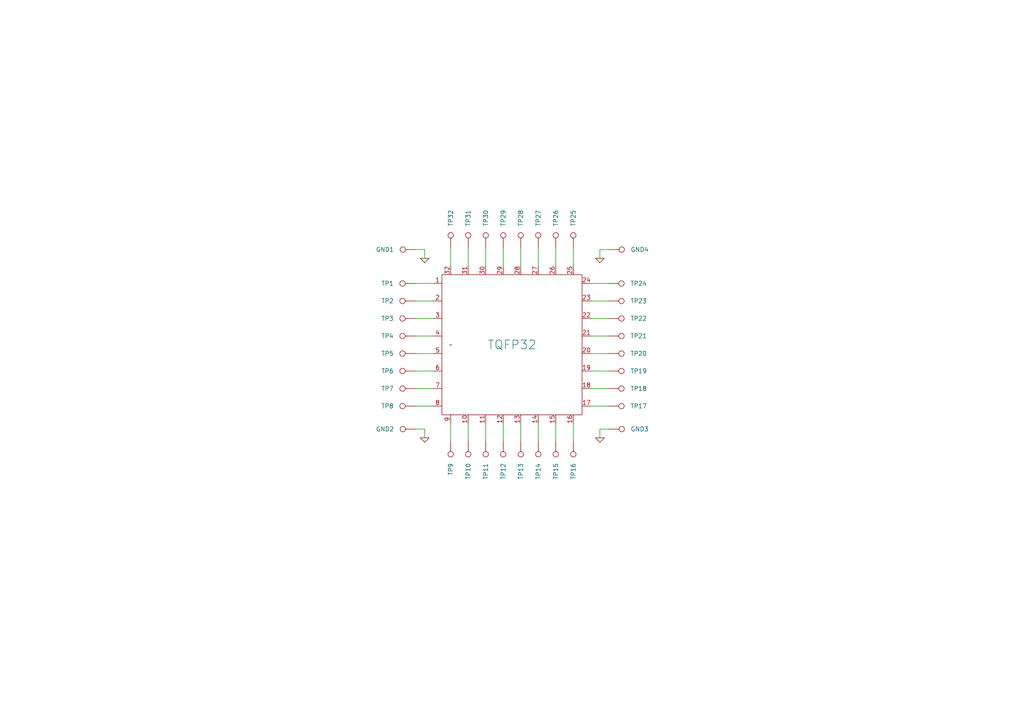
<source format=kicad_sch>
(kicad_sch (version 20230121) (generator eeschema)
  (paper "A4")
  (title_block (title "SMD adapter for TQFP32") (date "2024-10-05") (rev "1") (company "Agilack") (comment 1 "License: CERN-OHL-S v 2"))
  (lib_symbols
    (symbol "smd-adapter-tqfp32:CONN_1" (pin_numbers hide) (pin_names (offset 0.762) hide)
      (property "Reference" "P" (at 2.032 0 0))
      (symbol "CONN_1_0_1"
        (polyline (pts (xy -0.762 0) (xy -1.27 0)))
        (circle (center 0 0) (radius 0.7874))
      )
      (symbol "CONN_1_1_1"
        (pin passive line (at -3.81 0 0) (length 2.54) (name "1") (number "1"))
      )
    )
    (symbol "smd-adapter-tqfp32:GND" (power) (pin_names (offset 0))
      (symbol "GND_0_1"
        (polyline (pts (xy -1.27 0) (xy 0 -1.27) (xy 1.27 0) (xy -1.27 0)))
      )
      (symbol "GND_1_1"
        (pin power_in line (at 0 0 90) (length 0) hide (name "GND") (number "1"))
      )
    )
    (symbol "smd-adapter-tqfp32:TQFP32"
      (property "Reference" "U" (at 0 0 0))
      (symbol "TQFP32_0_1"
        (rectangle (start -20.32 20.32) (end 20.32 -20.32))
      )
      (symbol "TQFP32_1_1"
        (pin passive line (at -22.86 17.78 0) (length 2.54) (name "~") (number "1"))
        (pin passive line (at -12.7 -22.86 90) (length 2.54) (name "~") (number "10"))
        (pin passive line (at -7.62 -22.86 90) (length 2.54) (name "~") (number "11"))
        (pin passive line (at -2.54 -22.86 90) (length 2.54) (name "~") (number "12"))
        (pin passive line (at 2.54 -22.86 90) (length 2.54) (name "~") (number "13"))
        (pin passive line (at 7.62 -22.86 90) (length 2.54) (name "~") (number "14"))
        (pin passive line (at 12.7 -22.86 90) (length 2.54) (name "~") (number "15"))
        (pin passive line (at 17.78 -22.86 90) (length 2.54) (name "~") (number "16"))
        (pin passive line (at 22.86 -17.78 180) (length 2.54) (name "~") (number "17"))
        (pin passive line (at 22.86 -12.7 180) (length 2.54) (name "~") (number "18"))
        (pin passive line (at 22.86 -7.62 180) (length 2.54) (name "~") (number "19"))
        (pin passive line (at -22.86 12.7 0) (length 2.54) (name "~") (number "2"))
        (pin passive line (at 22.86 -2.54 180) (length 2.54) (name "~") (number "20"))
        (pin passive line (at 22.86 2.54 180) (length 2.54) (name "~") (number "21"))
        (pin passive line (at 22.86 7.62 180) (length 2.54) (name "~") (number "22"))
        (pin passive line (at 22.86 12.7 180) (length 2.54) (name "~") (number "23"))
        (pin passive line (at 22.86 17.78 180) (length 2.54) (name "~") (number "24"))
        (pin passive line (at 17.78 22.86 270) (length 2.54) (name "~") (number "25"))
        (pin passive line (at 12.7 22.86 270) (length 2.54) (name "~") (number "26"))
        (pin passive line (at 7.62 22.86 270) (length 2.54) (name "~") (number "27"))
        (pin passive line (at 2.54 22.86 270) (length 2.54) (name "~") (number "28"))
        (pin passive line (at -2.54 22.86 270) (length 2.54) (name "~") (number "29"))
        (pin passive line (at -22.86 7.62 0) (length 2.54) (name "~") (number "3"))
        (pin passive line (at -7.62 22.86 270) (length 2.54) (name "~") (number "30"))
        (pin passive line (at -12.7 22.86 270) (length 2.54) (name "~") (number "31"))
        (pin passive line (at -17.78 22.86 270) (length 2.54) (name "~") (number "32"))
        (pin passive line (at -22.86 2.54 0) (length 2.54) (name "~") (number "4"))
        (pin passive line (at -22.86 -2.54 0) (length 2.54) (name "~") (number "5"))
        (pin passive line (at -22.86 -7.62 0) (length 2.54) (name "~") (number "6"))
        (pin passive line (at -22.86 -12.7 0) (length 2.54) (name "~") (number "7"))
        (pin passive line (at -22.86 -17.78 0) (length 2.54) (name "~") (number "8"))
        (pin passive line (at -17.78 -22.86 90) (length 2.54) (name "~") (number "9"))
      )
    )
  )
  (wire (pts (xy 173.99 72.39) (xy 173.99 74.93)))
  (wire (pts (xy 145.96 72.06) (xy 145.96 77.14)))
  (wire (pts (xy 120.65 124.46) (xy 123.19 124.46)))
  (wire (pts (xy 140.88 127.94) (xy 140.88 122.86)))
  (wire (pts (xy 120.56 82.22) (xy 125.64 82.22)))
  (wire (pts (xy 176.44 112.7) (xy 171.36 112.7)))
  (wire (pts (xy 123.19 72.39) (xy 123.19 74.93)))
  (wire (pts (xy 120.56 117.78) (xy 125.64 117.78)))
  (wire (pts (xy 123.19 124.46) (xy 123.19 127)))
  (wire (pts (xy 176.53 72.39) (xy 173.99 72.39)))
  (wire (pts (xy 120.56 92.38) (xy 125.64 92.38)))
  (wire (pts (xy 120.56 87.3) (xy 125.64 87.3)))
  (wire (pts (xy 176.44 102.54) (xy 171.36 102.54)))
  (wire (pts (xy 151.04 127.94) (xy 151.04 122.86)))
  (wire (pts (xy 161.2 127.94) (xy 161.2 122.86)))
  (wire (pts (xy 156.12 127.94) (xy 156.12 122.86)))
  (wire (pts (xy 176.44 92.38) (xy 171.36 92.38)))
  (wire (pts (xy 156.12 72.06) (xy 156.12 77.14)))
  (wire (pts (xy 176.44 107.62) (xy 171.36 107.62)))
  (wire (pts (xy 120.56 102.54) (xy 125.64 102.54)))
  (wire (pts (xy 120.56 97.46) (xy 125.64 97.46)))
  (wire (pts (xy 166.28 72.06) (xy 166.28 77.14)))
  (wire (pts (xy 145.96 127.94) (xy 145.96 122.86)))
  (wire (pts (xy 173.99 124.46) (xy 173.99 127)))
  (wire (pts (xy 166.28 127.94) (xy 166.28 122.86)))
  (wire (pts (xy 120.56 107.62) (xy 125.64 107.62)))
  (wire (pts (xy 140.88 72.06) (xy 140.88 77.14)))
  (wire (pts (xy 120.65 72.39) (xy 123.19 72.39)))
  (wire (pts (xy 130.72 72.06) (xy 130.72 77.14)))
  (wire (pts (xy 176.44 82.22) (xy 171.36 82.22)))
  (wire (pts (xy 151.04 72.06) (xy 151.04 77.14)))
  (wire (pts (xy 176.44 117.78) (xy 171.36 117.78)))
  (wire (pts (xy 135.8 72.06) (xy 135.8 77.14)))
  (wire (pts (xy 176.53 124.46) (xy 173.99 124.46)))
  (wire (pts (xy 135.8 127.94) (xy 135.8 122.86)))
  (wire (pts (xy 130.72 127.94) (xy 130.72 122.86)))
  (wire (pts (xy 176.44 97.46) (xy 171.36 97.46)))
  (wire (pts (xy 161.2 72.06) (xy 161.2 77.14)))
  (wire (pts (xy 120.56 112.7) (xy 125.64 112.7)))
  (wire (pts (xy 176.44 87.3) (xy 171.36 87.3)))
  (symbol (lib_id "smd-adapter-tqfp32:CONN_1") (at 180.25 102.54 0) (unit 1)
    (property "Reference" "TP20" (at 182.79 102.54 0) (effects (justify left)))
    (property "Value" "CONN_1" (effects hide))
    (property "Footprint" "smd-adapter-tqfp32:TP" (effects hide))
  )
  (symbol (lib_id "smd-adapter-tqfp32:GND") (at 173.99 74.93 0) (mirror y) (unit 1)
    (property "Reference" "#PWR04" (effects hide))
    (property "Value" "GND" (effects hide))
  )
  (symbol (lib_id "smd-adapter-tqfp32:CONN_1") (at 116.75 82.22 180) (unit 1)
    (property "Reference" "TP1" (at 114.21 82.22 0) (effects (justify left)))
    (property "Value" "CONN_1" (effects hide))
    (property "Footprint" "smd-adapter-tqfp32:TP" (effects hide))
  )
  (symbol (lib_id "smd-adapter-tqfp32:CONN_1") (at 161.2 131.75 270) (unit 1)
    (property "Reference" "TP15" (at 161.2 134.29 0) (effects (justify left)))
    (property "Value" "CONN_1" (effects hide))
    (property "Footprint" "smd-adapter-tqfp32:TP" (effects hide))
  )
  (symbol (lib_id "smd-adapter-tqfp32:CONN_1") (at 180.25 117.78 0) (unit 1)
    (property "Reference" "TP17" (at 182.79 117.78 0) (effects (justify left)))
    (property "Value" "CONN_1" (effects hide))
    (property "Footprint" "smd-adapter-tqfp32:TP" (effects hide))
  )
  (symbol (lib_id "smd-adapter-tqfp32:CONN_1") (at 116.75 117.78 180) (unit 1)
    (property "Reference" "TP8" (at 114.21 117.78 0) (effects (justify left)))
    (property "Value" "CONN_1" (effects hide))
    (property "Footprint" "smd-adapter-tqfp32:TP" (effects hide))
  )
  (symbol (lib_id "smd-adapter-tqfp32:CONN_1") (at 180.25 112.7 0) (unit 1)
    (property "Reference" "TP18" (at 182.79 112.7 0) (effects (justify left)))
    (property "Value" "CONN_1" (effects hide))
    (property "Footprint" "smd-adapter-tqfp32:TP" (effects hide))
  )
  (symbol (lib_id "smd-adapter-tqfp32:CONN_1") (at 151.04 68.25 90) (unit 1)
    (property "Reference" "TP28" (at 151.04 65.71 0) (effects (justify left)))
    (property "Value" "CONN_1" (effects hide))
    (property "Footprint" "smd-adapter-tqfp32:TP" (effects hide))
  )
  (symbol (lib_id "smd-adapter-tqfp32:CONN_1") (at 116.75 92.38 180) (unit 1)
    (property "Reference" "TP3" (at 114.21 92.38 0) (effects (justify left)))
    (property "Value" "CONN_1" (effects hide))
    (property "Footprint" "smd-adapter-tqfp32:TP" (effects hide))
  )
  (symbol (lib_id "smd-adapter-tqfp32:CONN_1") (at 180.25 92.38 0) (unit 1)
    (property "Reference" "TP22" (at 182.79 92.38 0) (effects (justify left)))
    (property "Value" "CONN_1" (effects hide))
    (property "Footprint" "smd-adapter-tqfp32:TP" (effects hide))
  )
  (symbol (lib_id "smd-adapter-tqfp32:CONN_1") (at 166.28 68.25 90) (unit 1)
    (property "Reference" "TP25" (at 166.28 65.71 0) (effects (justify left)))
    (property "Value" "CONN_1" (effects hide))
    (property "Footprint" "smd-adapter-tqfp32:TP" (effects hide))
  )
  (symbol (lib_id "smd-adapter-tqfp32:GND") (at 123.19 74.93 0) (unit 1)
    (property "Reference" "#PWR01" (effects hide))
    (property "Value" "GND" (effects hide))
  )
  (symbol (lib_id "smd-adapter-tqfp32:GND") (at 123.19 127 0) (unit 1)
    (property "Reference" "#PWR02" (effects hide))
    (property "Value" "GND" (effects hide))
  )
  (symbol (lib_id "smd-adapter-tqfp32:CONN_1") (at 116.75 112.7 180) (unit 1)
    (property "Reference" "TP7" (at 114.21 112.7 0) (effects (justify left)))
    (property "Value" "CONN_1" (effects hide))
    (property "Footprint" "smd-adapter-tqfp32:TP" (effects hide))
  )
  (symbol (lib_id "smd-adapter-tqfp32:CONN_1") (at 116.75 107.62 180) (unit 1)
    (property "Reference" "TP6" (at 114.21 107.62 0) (effects (justify left)))
    (property "Value" "CONN_1" (effects hide))
    (property "Footprint" "smd-adapter-tqfp32:TP" (effects hide))
  )
  (symbol (lib_id "smd-adapter-tqfp32:CONN_1") (at 151.04 131.75 270) (unit 1)
    (property "Reference" "TP13" (at 151.04 134.29 0) (effects (justify left)))
    (property "Value" "CONN_1" (effects hide))
    (property "Footprint" "smd-adapter-tqfp32:TP" (effects hide))
  )
  (symbol (lib_id "smd-adapter-tqfp32:CONN_1") (at 116.75 87.3 180) (unit 1)
    (property "Reference" "TP2" (at 114.21 87.3 0) (effects (justify left)))
    (property "Value" "CONN_1" (effects hide))
    (property "Footprint" "smd-adapter-tqfp32:TP" (effects hide))
  )
  (symbol (lib_id "smd-adapter-tqfp32:CONN_1") (at 135.8 131.75 270) (unit 1)
    (property "Reference" "TP10" (at 135.8 134.29 0) (effects (justify left)))
    (property "Value" "CONN_1" (effects hide))
    (property "Footprint" "smd-adapter-tqfp32:TP" (effects hide))
  )
  (symbol (lib_id "smd-adapter-tqfp32:CONN_1") (at 140.88 131.75 270) (unit 1)
    (property "Reference" "TP11" (at 140.88 134.29 0) (effects (justify left)))
    (property "Value" "CONN_1" (effects hide))
    (property "Footprint" "smd-adapter-tqfp32:TP" (effects hide))
  )
  (symbol (lib_id "smd-adapter-tqfp32:CONN_1") (at 145.96 131.75 270) (unit 1)
    (property "Reference" "TP12" (at 145.96 134.29 0) (effects (justify left)))
    (property "Value" "CONN_1" (effects hide))
    (property "Footprint" "smd-adapter-tqfp32:TP" (effects hide))
  )
  (symbol (lib_id "smd-adapter-tqfp32:CONN_1") (at 140.88 68.25 90) (unit 1)
    (property "Reference" "TP30" (at 140.88 65.71 0) (effects (justify left)))
    (property "Value" "CONN_1" (effects hide))
    (property "Footprint" "smd-adapter-tqfp32:TP" (effects hide))
  )
  (symbol (lib_id "smd-adapter-tqfp32:CONN_1") (at 180.34 124.46 0) (mirror x) (unit 1)
    (property "Reference" "GND3" (at 182.88 124.46 0) (effects (justify left)))
    (property "Value" "CONN_1" (effects hide))
    (property "Footprint" "smd-adapter-tqfp32:TP_SQ" (effects hide))
  )
  (symbol (lib_id "smd-adapter-tqfp32:CONN_1") (at 145.96 68.25 90) (unit 1)
    (property "Reference" "TP29" (at 145.96 65.71 0) (effects (justify left)))
    (property "Value" "CONN_1" (effects hide))
    (property "Footprint" "smd-adapter-tqfp32:TP" (effects hide))
  )
  (symbol (lib_id "smd-adapter-tqfp32:CONN_1") (at 156.12 68.25 90) (unit 1)
    (property "Reference" "TP27" (at 156.12 65.71 0) (effects (justify left)))
    (property "Value" "CONN_1" (effects hide))
    (property "Footprint" "smd-adapter-tqfp32:TP" (effects hide))
  )
  (symbol (lib_id "smd-adapter-tqfp32:CONN_1") (at 180.25 87.3 0) (unit 1)
    (property "Reference" "TP23" (at 182.79 87.3 0) (effects (justify left)))
    (property "Value" "CONN_1" (effects hide))
    (property "Footprint" "smd-adapter-tqfp32:TP" (effects hide))
  )
  (symbol (lib_id "smd-adapter-tqfp32:CONN_1") (at 116.75 102.54 180) (unit 1)
    (property "Reference" "TP5" (at 114.21 102.54 0) (effects (justify left)))
    (property "Value" "CONN_1" (effects hide))
    (property "Footprint" "smd-adapter-tqfp32:TP" (effects hide))
  )
  (symbol (lib_id "smd-adapter-tqfp32:CONN_1") (at 166.28 131.75 270) (unit 1)
    (property "Reference" "TP16" (at 166.28 134.29 0) (effects (justify left)))
    (property "Value" "CONN_1" (effects hide))
    (property "Footprint" "smd-adapter-tqfp32:TP" (effects hide))
  )
  (symbol (lib_id "smd-adapter-tqfp32:CONN_1") (at 180.25 97.46 0) (unit 1)
    (property "Reference" "TP21" (at 182.79 97.46 0) (effects (justify left)))
    (property "Value" "CONN_1" (effects hide))
    (property "Footprint" "smd-adapter-tqfp32:TP" (effects hide))
  )
  (symbol (lib_id "smd-adapter-tqfp32:CONN_1") (at 180.25 82.22 0) (unit 1)
    (property "Reference" "TP24" (at 182.79 82.22 0) (effects (justify left)))
    (property "Value" "CONN_1" (effects hide))
    (property "Footprint" "smd-adapter-tqfp32:TP" (effects hide))
  )
  (symbol (lib_id "smd-adapter-tqfp32:TQFP32") (at 148.5 100 0) (unit 1)
    (property "Reference" "TQFP32" (at 148.5 100 0) (effects (font (size 2.54 2.54))))
    (property "Value" "~" (at 130.72 100 0))
    (property "Footprint" "smd-adapter-tqfp32:TQFP32" (effects hide))
  )
  (symbol (lib_id "smd-adapter-tqfp32:CONN_1") (at 130.72 131.75 270) (unit 1)
    (property "Reference" "TP9" (at 130.72 134.29 0) (effects (justify left)))
    (property "Value" "CONN_1" (effects hide))
    (property "Footprint" "smd-adapter-tqfp32:TP" (effects hide))
  )
  (symbol (lib_id "smd-adapter-tqfp32:CONN_1") (at 116.84 72.39 180) (unit 1)
    (property "Reference" "GND1" (at 114.3 72.39 0) (effects (justify left)))
    (property "Value" "CONN_1" (effects hide))
    (property "Footprint" "smd-adapter-tqfp32:TP_SQ" (effects hide))
  )
  (symbol (lib_id "smd-adapter-tqfp32:CONN_1") (at 135.8 68.25 90) (unit 1)
    (property "Reference" "TP31" (at 135.8 65.71 0) (effects (justify left)))
    (property "Value" "CONN_1" (effects hide))
    (property "Footprint" "smd-adapter-tqfp32:TP" (effects hide))
  )
  (symbol (lib_id "smd-adapter-tqfp32:CONN_1") (at 180.25 107.62 0) (unit 1)
    (property "Reference" "TP19" (at 182.79 107.62 0) (effects (justify left)))
    (property "Value" "CONN_1" (effects hide))
    (property "Footprint" "smd-adapter-tqfp32:TP" (effects hide))
  )
  (symbol (lib_id "smd-adapter-tqfp32:GND") (at 173.99 127 0) (mirror y) (unit 1)
    (property "Reference" "#PWR03" (effects hide))
    (property "Value" "GND" (effects hide))
  )
  (symbol (lib_id "smd-adapter-tqfp32:CONN_1") (at 116.84 124.46 180) (unit 1)
    (property "Reference" "GND2" (at 114.3 124.46 0) (effects (justify left)))
    (property "Value" "CONN_1" (effects hide))
    (property "Footprint" "smd-adapter-tqfp32:TP_SQ" (effects hide))
  )
  (symbol (lib_id "smd-adapter-tqfp32:CONN_1") (at 161.2 68.25 90) (unit 1)
    (property "Reference" "TP26" (at 161.2 65.71 0) (effects (justify left)))
    (property "Value" "CONN_1" (effects hide))
    (property "Footprint" "smd-adapter-tqfp32:TP" (effects hide))
  )
  (symbol (lib_id "smd-adapter-tqfp32:CONN_1") (at 180.34 72.39 0) (mirror x) (unit 1)
    (property "Reference" "GND4" (at 182.88 72.39 0) (effects (justify left)))
    (property "Value" "CONN_1" (effects hide))
    (property "Footprint" "smd-adapter-tqfp32:TP_SQ" (effects hide))
  )
  (symbol (lib_id "smd-adapter-tqfp32:CONN_1") (at 116.75 97.46 180) (unit 1)
    (property "Reference" "TP4" (at 114.21 97.46 0) (effects (justify left)))
    (property "Value" "CONN_1" (effects hide))
    (property "Footprint" "smd-adapter-tqfp32:TP" (effects hide))
  )
  (symbol (lib_id "smd-adapter-tqfp32:CONN_1") (at 156.12 131.75 270) (unit 1)
    (property "Reference" "TP14" (at 156.12 134.29 0) (effects (justify left)))
    (property "Value" "CONN_1" (effects hide))
    (property "Footprint" "smd-adapter-tqfp32:TP" (effects hide))
  )
  (symbol (lib_id "smd-adapter-tqfp32:CONN_1") (at 130.72 68.25 90) (unit 1)
    (property "Reference" "TP32" (at 130.72 65.71 0) (effects (justify left)))
    (property "Value" "CONN_1" (effects hide))
    (property "Footprint" "smd-adapter-tqfp32:TP" (effects hide))
  )
)
</source>
